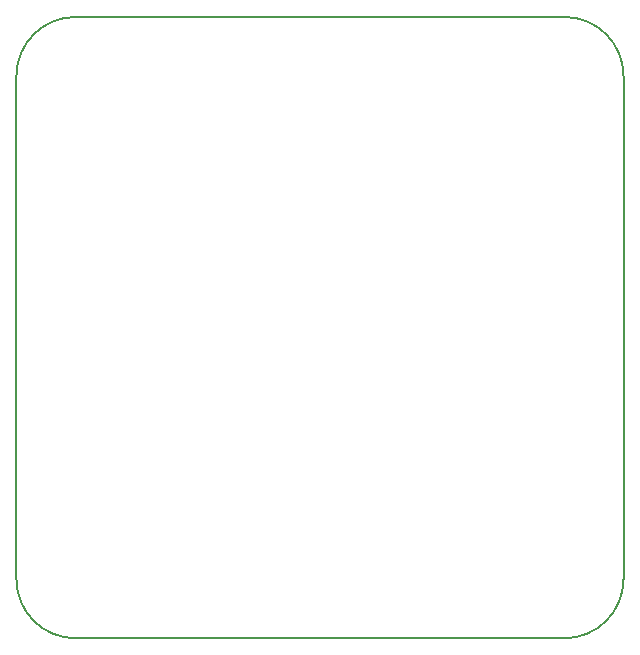
<source format=gbr>
%TF.GenerationSoftware,KiCad,Pcbnew,9.0.6*%
%TF.CreationDate,2025-12-24T19:30:20-05:00*%
%TF.ProjectId,tmp36 circuit,746d7033-3620-4636-9972-637569742e6b,rev?*%
%TF.SameCoordinates,Original*%
%TF.FileFunction,Profile,NP*%
%FSLAX46Y46*%
G04 Gerber Fmt 4.6, Leading zero omitted, Abs format (unit mm)*
G04 Created by KiCad (PCBNEW 9.0.6) date 2025-12-24 19:30:20*
%MOMM*%
%LPD*%
G01*
G04 APERTURE LIST*
%TA.AperFunction,Profile*%
%ADD10C,0.200000*%
%TD*%
G04 APERTURE END LIST*
D10*
X170800000Y-64200000D02*
G75*
G02*
X175800000Y-69200000I0J-5000000D01*
G01*
X175800000Y-111800000D02*
G75*
G02*
X170800000Y-116800000I-5000000J0D01*
G01*
X124400000Y-69200000D02*
G75*
G02*
X129400000Y-64200000I5000000J0D01*
G01*
X129400000Y-116800000D02*
G75*
G02*
X124400000Y-111800000I0J5000000D01*
G01*
X129400000Y-64200000D02*
X170800000Y-64200000D01*
X175800000Y-69200000D02*
X175800000Y-111800000D01*
X170800000Y-116800000D02*
X129400000Y-116800000D01*
X124400000Y-111800000D02*
X124400000Y-69200000D01*
M02*

</source>
